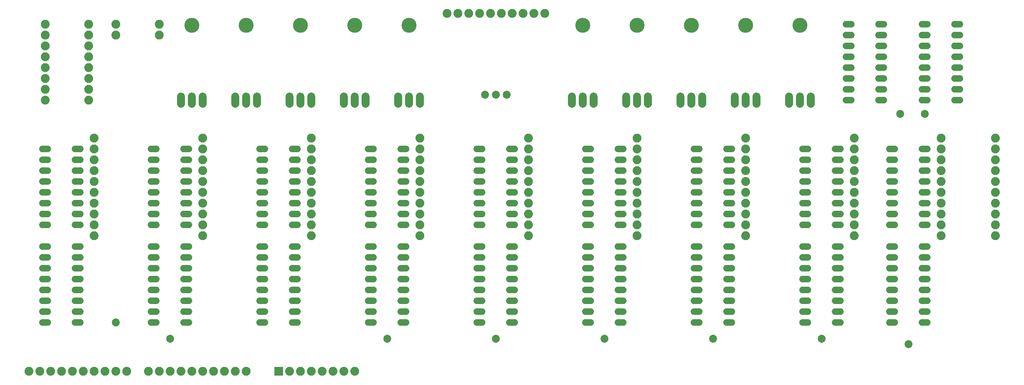
<source format=gts>
G75*
G70*
%OFA0B0*%
%FSLAX24Y24*%
%IPPOS*%
%LPD*%
%AMOC8*
5,1,8,0,0,1.08239X$1,22.5*
%
%ADD10C,0.0600*%
%ADD11C,0.0820*%
%ADD12C,0.0740*%
%ADD13C,0.1380*%
%ADD14R,0.0820X0.0820*%
%ADD15C,0.0730*%
D10*
X005421Y006054D02*
X005941Y006054D01*
X008421Y006054D02*
X008941Y006054D01*
X008941Y007054D02*
X008421Y007054D01*
X005941Y007054D02*
X005421Y007054D01*
X005421Y008054D02*
X005941Y008054D01*
X008421Y008054D02*
X008941Y008054D01*
X008941Y009054D02*
X008421Y009054D01*
X008421Y010054D02*
X008941Y010054D01*
X008941Y011054D02*
X008421Y011054D01*
X005941Y011054D02*
X005421Y011054D01*
X005421Y010054D02*
X005941Y010054D01*
X005941Y009054D02*
X005421Y009054D01*
X005421Y012054D02*
X005941Y012054D01*
X008421Y012054D02*
X008941Y012054D01*
X008941Y013054D02*
X008421Y013054D01*
X005941Y013054D02*
X005421Y013054D01*
X005421Y015054D02*
X005941Y015054D01*
X008421Y015054D02*
X008941Y015054D01*
X008941Y016054D02*
X008421Y016054D01*
X005941Y016054D02*
X005421Y016054D01*
X005421Y017054D02*
X005941Y017054D01*
X008421Y017054D02*
X008941Y017054D01*
X008941Y018054D02*
X008421Y018054D01*
X008421Y019054D02*
X008941Y019054D01*
X008941Y020054D02*
X008421Y020054D01*
X005941Y020054D02*
X005421Y020054D01*
X005421Y019054D02*
X005941Y019054D01*
X005941Y018054D02*
X005421Y018054D01*
X005421Y021054D02*
X005941Y021054D01*
X008421Y021054D02*
X008941Y021054D01*
X008941Y022054D02*
X008421Y022054D01*
X005941Y022054D02*
X005421Y022054D01*
X015421Y022054D02*
X015941Y022054D01*
X015941Y021054D02*
X015421Y021054D01*
X015421Y020054D02*
X015941Y020054D01*
X015941Y019054D02*
X015421Y019054D01*
X015421Y018054D02*
X015941Y018054D01*
X015941Y017054D02*
X015421Y017054D01*
X015421Y016054D02*
X015941Y016054D01*
X015941Y015054D02*
X015421Y015054D01*
X018421Y015054D02*
X018941Y015054D01*
X018941Y016054D02*
X018421Y016054D01*
X018421Y017054D02*
X018941Y017054D01*
X018941Y018054D02*
X018421Y018054D01*
X018421Y019054D02*
X018941Y019054D01*
X018941Y020054D02*
X018421Y020054D01*
X018421Y021054D02*
X018941Y021054D01*
X018941Y022054D02*
X018421Y022054D01*
X025421Y022054D02*
X025941Y022054D01*
X028421Y022054D02*
X028941Y022054D01*
X028941Y021054D02*
X028421Y021054D01*
X025941Y021054D02*
X025421Y021054D01*
X025421Y020054D02*
X025941Y020054D01*
X028421Y020054D02*
X028941Y020054D01*
X028941Y019054D02*
X028421Y019054D01*
X028421Y018054D02*
X028941Y018054D01*
X028941Y017054D02*
X028421Y017054D01*
X025941Y017054D02*
X025421Y017054D01*
X025421Y016054D02*
X025941Y016054D01*
X028421Y016054D02*
X028941Y016054D01*
X028941Y015054D02*
X028421Y015054D01*
X025941Y015054D02*
X025421Y015054D01*
X025421Y013054D02*
X025941Y013054D01*
X028421Y013054D02*
X028941Y013054D01*
X028941Y012054D02*
X028421Y012054D01*
X025941Y012054D02*
X025421Y012054D01*
X025421Y011054D02*
X025941Y011054D01*
X028421Y011054D02*
X028941Y011054D01*
X028941Y010054D02*
X028421Y010054D01*
X028421Y009054D02*
X028941Y009054D01*
X028941Y008054D02*
X028421Y008054D01*
X025941Y008054D02*
X025421Y008054D01*
X025421Y007054D02*
X025941Y007054D01*
X028421Y007054D02*
X028941Y007054D01*
X028941Y006054D02*
X028421Y006054D01*
X025941Y006054D02*
X025421Y006054D01*
X018941Y006054D02*
X018421Y006054D01*
X018421Y007054D02*
X018941Y007054D01*
X018941Y008054D02*
X018421Y008054D01*
X018421Y009054D02*
X018941Y009054D01*
X018941Y010054D02*
X018421Y010054D01*
X018421Y011054D02*
X018941Y011054D01*
X018941Y012054D02*
X018421Y012054D01*
X018421Y013054D02*
X018941Y013054D01*
X015941Y013054D02*
X015421Y013054D01*
X015421Y012054D02*
X015941Y012054D01*
X015941Y011054D02*
X015421Y011054D01*
X015421Y010054D02*
X015941Y010054D01*
X015941Y009054D02*
X015421Y009054D01*
X015421Y008054D02*
X015941Y008054D01*
X015941Y007054D02*
X015421Y007054D01*
X015421Y006054D02*
X015941Y006054D01*
X025421Y009054D02*
X025941Y009054D01*
X025941Y010054D02*
X025421Y010054D01*
X035421Y010054D02*
X035941Y010054D01*
X035941Y009054D02*
X035421Y009054D01*
X035421Y008054D02*
X035941Y008054D01*
X035941Y007054D02*
X035421Y007054D01*
X035421Y006054D02*
X035941Y006054D01*
X038421Y006054D02*
X038941Y006054D01*
X038941Y007054D02*
X038421Y007054D01*
X038421Y008054D02*
X038941Y008054D01*
X038941Y009054D02*
X038421Y009054D01*
X038421Y010054D02*
X038941Y010054D01*
X038941Y011054D02*
X038421Y011054D01*
X038421Y012054D02*
X038941Y012054D01*
X038941Y013054D02*
X038421Y013054D01*
X035941Y013054D02*
X035421Y013054D01*
X035421Y012054D02*
X035941Y012054D01*
X035941Y011054D02*
X035421Y011054D01*
X045421Y011054D02*
X045941Y011054D01*
X045941Y010054D02*
X045421Y010054D01*
X045421Y009054D02*
X045941Y009054D01*
X045941Y008054D02*
X045421Y008054D01*
X045421Y007054D02*
X045941Y007054D01*
X045941Y006054D02*
X045421Y006054D01*
X048421Y006054D02*
X048941Y006054D01*
X048941Y007054D02*
X048421Y007054D01*
X048421Y008054D02*
X048941Y008054D01*
X048941Y009054D02*
X048421Y009054D01*
X048421Y010054D02*
X048941Y010054D01*
X048941Y011054D02*
X048421Y011054D01*
X048421Y012054D02*
X048941Y012054D01*
X048941Y013054D02*
X048421Y013054D01*
X045941Y013054D02*
X045421Y013054D01*
X045421Y012054D02*
X045941Y012054D01*
X045941Y015054D02*
X045421Y015054D01*
X045421Y016054D02*
X045941Y016054D01*
X045941Y017054D02*
X045421Y017054D01*
X045421Y018054D02*
X045941Y018054D01*
X045941Y019054D02*
X045421Y019054D01*
X045421Y020054D02*
X045941Y020054D01*
X045941Y021054D02*
X045421Y021054D01*
X045421Y022054D02*
X045941Y022054D01*
X048421Y022054D02*
X048941Y022054D01*
X048941Y021054D02*
X048421Y021054D01*
X048421Y020054D02*
X048941Y020054D01*
X048941Y019054D02*
X048421Y019054D01*
X048421Y018054D02*
X048941Y018054D01*
X048941Y017054D02*
X048421Y017054D01*
X048421Y016054D02*
X048941Y016054D01*
X048941Y015054D02*
X048421Y015054D01*
X055421Y015054D02*
X055941Y015054D01*
X055941Y016054D02*
X055421Y016054D01*
X055421Y017054D02*
X055941Y017054D01*
X055941Y018054D02*
X055421Y018054D01*
X055421Y019054D02*
X055941Y019054D01*
X055941Y020054D02*
X055421Y020054D01*
X055421Y021054D02*
X055941Y021054D01*
X055941Y022054D02*
X055421Y022054D01*
X058421Y022054D02*
X058941Y022054D01*
X058941Y021054D02*
X058421Y021054D01*
X058421Y020054D02*
X058941Y020054D01*
X058941Y019054D02*
X058421Y019054D01*
X058421Y018054D02*
X058941Y018054D01*
X058941Y017054D02*
X058421Y017054D01*
X058421Y016054D02*
X058941Y016054D01*
X058941Y015054D02*
X058421Y015054D01*
X058421Y013054D02*
X058941Y013054D01*
X058941Y012054D02*
X058421Y012054D01*
X058421Y011054D02*
X058941Y011054D01*
X058941Y010054D02*
X058421Y010054D01*
X058421Y009054D02*
X058941Y009054D01*
X058941Y008054D02*
X058421Y008054D01*
X058421Y007054D02*
X058941Y007054D01*
X058941Y006054D02*
X058421Y006054D01*
X055941Y006054D02*
X055421Y006054D01*
X055421Y007054D02*
X055941Y007054D01*
X055941Y008054D02*
X055421Y008054D01*
X055421Y009054D02*
X055941Y009054D01*
X055941Y010054D02*
X055421Y010054D01*
X055421Y011054D02*
X055941Y011054D01*
X055941Y012054D02*
X055421Y012054D01*
X055421Y013054D02*
X055941Y013054D01*
X065421Y013054D02*
X065941Y013054D01*
X065941Y012054D02*
X065421Y012054D01*
X065421Y011054D02*
X065941Y011054D01*
X065941Y010054D02*
X065421Y010054D01*
X065421Y009054D02*
X065941Y009054D01*
X065941Y008054D02*
X065421Y008054D01*
X065421Y007054D02*
X065941Y007054D01*
X065941Y006054D02*
X065421Y006054D01*
X068421Y006054D02*
X068941Y006054D01*
X068941Y007054D02*
X068421Y007054D01*
X068421Y008054D02*
X068941Y008054D01*
X068941Y009054D02*
X068421Y009054D01*
X068421Y010054D02*
X068941Y010054D01*
X068941Y011054D02*
X068421Y011054D01*
X068421Y012054D02*
X068941Y012054D01*
X068941Y013054D02*
X068421Y013054D01*
X068421Y015054D02*
X068941Y015054D01*
X068941Y016054D02*
X068421Y016054D01*
X068421Y017054D02*
X068941Y017054D01*
X068941Y018054D02*
X068421Y018054D01*
X068421Y019054D02*
X068941Y019054D01*
X068941Y020054D02*
X068421Y020054D01*
X068421Y021054D02*
X068941Y021054D01*
X068941Y022054D02*
X068421Y022054D01*
X065941Y022054D02*
X065421Y022054D01*
X065421Y021054D02*
X065941Y021054D01*
X065941Y020054D02*
X065421Y020054D01*
X065421Y019054D02*
X065941Y019054D01*
X065941Y018054D02*
X065421Y018054D01*
X065421Y017054D02*
X065941Y017054D01*
X065941Y016054D02*
X065421Y016054D01*
X065421Y015054D02*
X065941Y015054D01*
X075421Y015054D02*
X075941Y015054D01*
X078421Y015054D02*
X078941Y015054D01*
X078941Y016054D02*
X078421Y016054D01*
X075941Y016054D02*
X075421Y016054D01*
X075421Y017054D02*
X075941Y017054D01*
X078421Y017054D02*
X078941Y017054D01*
X078941Y018054D02*
X078421Y018054D01*
X078421Y019054D02*
X078941Y019054D01*
X078941Y020054D02*
X078421Y020054D01*
X075941Y020054D02*
X075421Y020054D01*
X075421Y019054D02*
X075941Y019054D01*
X075941Y018054D02*
X075421Y018054D01*
X075421Y021054D02*
X075941Y021054D01*
X078421Y021054D02*
X078941Y021054D01*
X078941Y022054D02*
X078421Y022054D01*
X075941Y022054D02*
X075421Y022054D01*
X083421Y022054D02*
X083941Y022054D01*
X083941Y021054D02*
X083421Y021054D01*
X083421Y020054D02*
X083941Y020054D01*
X083941Y019054D02*
X083421Y019054D01*
X083421Y018054D02*
X083941Y018054D01*
X083941Y017054D02*
X083421Y017054D01*
X083421Y016054D02*
X083941Y016054D01*
X083941Y015054D02*
X083421Y015054D01*
X086421Y015054D02*
X086941Y015054D01*
X086941Y016054D02*
X086421Y016054D01*
X086421Y017054D02*
X086941Y017054D01*
X086941Y018054D02*
X086421Y018054D01*
X086421Y019054D02*
X086941Y019054D01*
X086941Y020054D02*
X086421Y020054D01*
X086421Y021054D02*
X086941Y021054D01*
X086941Y022054D02*
X086421Y022054D01*
X086421Y026554D02*
X086941Y026554D01*
X086941Y027554D02*
X086421Y027554D01*
X086421Y028554D02*
X086941Y028554D01*
X086941Y029554D02*
X086421Y029554D01*
X086421Y030554D02*
X086941Y030554D01*
X086941Y031554D02*
X086421Y031554D01*
X086421Y032554D02*
X086941Y032554D01*
X086941Y033554D02*
X086421Y033554D01*
X089421Y033554D02*
X089941Y033554D01*
X089941Y032554D02*
X089421Y032554D01*
X089421Y031554D02*
X089941Y031554D01*
X089941Y030554D02*
X089421Y030554D01*
X089421Y029554D02*
X089941Y029554D01*
X089941Y028554D02*
X089421Y028554D01*
X089421Y027554D02*
X089941Y027554D01*
X089941Y026554D02*
X089421Y026554D01*
X082941Y026554D02*
X082421Y026554D01*
X079941Y026554D02*
X079421Y026554D01*
X079421Y027554D02*
X079941Y027554D01*
X082421Y027554D02*
X082941Y027554D01*
X082941Y028554D02*
X082421Y028554D01*
X082421Y029554D02*
X082941Y029554D01*
X082941Y030554D02*
X082421Y030554D01*
X079941Y030554D02*
X079421Y030554D01*
X079421Y029554D02*
X079941Y029554D01*
X079941Y028554D02*
X079421Y028554D01*
X079421Y031554D02*
X079941Y031554D01*
X082421Y031554D02*
X082941Y031554D01*
X082941Y032554D02*
X082421Y032554D01*
X079941Y032554D02*
X079421Y032554D01*
X079421Y033554D02*
X079941Y033554D01*
X082421Y033554D02*
X082941Y033554D01*
X038941Y022054D02*
X038421Y022054D01*
X038421Y021054D02*
X038941Y021054D01*
X038941Y020054D02*
X038421Y020054D01*
X038421Y019054D02*
X038941Y019054D01*
X038941Y018054D02*
X038421Y018054D01*
X038421Y017054D02*
X038941Y017054D01*
X038941Y016054D02*
X038421Y016054D01*
X038421Y015054D02*
X038941Y015054D01*
X035941Y015054D02*
X035421Y015054D01*
X035421Y016054D02*
X035941Y016054D01*
X035941Y017054D02*
X035421Y017054D01*
X035421Y018054D02*
X035941Y018054D01*
X035941Y019054D02*
X035421Y019054D01*
X035421Y020054D02*
X035941Y020054D01*
X035941Y021054D02*
X035421Y021054D01*
X035421Y022054D02*
X035941Y022054D01*
X025941Y019054D02*
X025421Y019054D01*
X025421Y018054D02*
X025941Y018054D01*
X075421Y013054D02*
X075941Y013054D01*
X078421Y013054D02*
X078941Y013054D01*
X078941Y012054D02*
X078421Y012054D01*
X075941Y012054D02*
X075421Y012054D01*
X075421Y011054D02*
X075941Y011054D01*
X078421Y011054D02*
X078941Y011054D01*
X078941Y010054D02*
X078421Y010054D01*
X078421Y009054D02*
X078941Y009054D01*
X078941Y008054D02*
X078421Y008054D01*
X075941Y008054D02*
X075421Y008054D01*
X075421Y007054D02*
X075941Y007054D01*
X078421Y007054D02*
X078941Y007054D01*
X078941Y006054D02*
X078421Y006054D01*
X075941Y006054D02*
X075421Y006054D01*
X083421Y006054D02*
X083941Y006054D01*
X083941Y007054D02*
X083421Y007054D01*
X083421Y008054D02*
X083941Y008054D01*
X083941Y009054D02*
X083421Y009054D01*
X083421Y010054D02*
X083941Y010054D01*
X083941Y011054D02*
X083421Y011054D01*
X083421Y012054D02*
X083941Y012054D01*
X083941Y013054D02*
X083421Y013054D01*
X086421Y013054D02*
X086941Y013054D01*
X086941Y012054D02*
X086421Y012054D01*
X086421Y011054D02*
X086941Y011054D01*
X086941Y010054D02*
X086421Y010054D01*
X086421Y009054D02*
X086941Y009054D01*
X086941Y008054D02*
X086421Y008054D01*
X086421Y007054D02*
X086941Y007054D01*
X086941Y006054D02*
X086421Y006054D01*
X075941Y009054D02*
X075421Y009054D01*
X075421Y010054D02*
X075941Y010054D01*
D11*
X004181Y001554D03*
X005181Y001554D03*
X006181Y001554D03*
X007181Y001554D03*
X008181Y001554D03*
X009181Y001554D03*
X010181Y001554D03*
X011181Y001554D03*
X012181Y001554D03*
X013181Y001554D03*
X015181Y001554D03*
X016181Y001554D03*
X017181Y001554D03*
X018181Y001554D03*
X019181Y001554D03*
X020181Y001554D03*
X021181Y001554D03*
X022181Y001554D03*
X023181Y001554D03*
X024181Y001554D03*
X028181Y001554D03*
X029181Y001554D03*
X030181Y001554D03*
X031181Y001554D03*
X032181Y001554D03*
X033181Y001554D03*
X034181Y001554D03*
X030181Y014054D03*
X030181Y015054D03*
X030181Y016054D03*
X030181Y017054D03*
X030181Y018054D03*
X030181Y019054D03*
X030181Y020054D03*
X030181Y021054D03*
X030181Y022054D03*
X030181Y023054D03*
X020181Y023054D03*
X020181Y022054D03*
X020181Y021054D03*
X020181Y020054D03*
X020181Y019054D03*
X020181Y018054D03*
X020181Y017054D03*
X020181Y016054D03*
X020181Y015054D03*
X020181Y014054D03*
X010181Y014054D03*
X010181Y015054D03*
X010181Y016054D03*
X010181Y017054D03*
X010181Y018054D03*
X010181Y019054D03*
X010181Y020054D03*
X010181Y021054D03*
X010181Y022054D03*
X010181Y023054D03*
X009681Y026554D03*
X009681Y027554D03*
X009681Y028554D03*
X009681Y029554D03*
X009681Y030554D03*
X009681Y031554D03*
X009681Y032554D03*
X012181Y032554D03*
X012181Y033554D03*
X009681Y033554D03*
X005681Y033554D03*
X005681Y032554D03*
X005681Y031554D03*
X005681Y030554D03*
X005681Y029554D03*
X005681Y028554D03*
X005681Y027554D03*
X005681Y026554D03*
X016181Y032554D03*
X016181Y033554D03*
X042681Y034554D03*
X043681Y034554D03*
X044681Y034554D03*
X045681Y034554D03*
X046681Y034554D03*
X047681Y034554D03*
X048681Y034554D03*
X049681Y034554D03*
X050681Y034554D03*
X051681Y034554D03*
X050181Y023054D03*
X050181Y022054D03*
X050181Y021054D03*
X050181Y020054D03*
X050181Y019054D03*
X050181Y018054D03*
X050181Y017054D03*
X050181Y016054D03*
X050181Y015054D03*
X050181Y014054D03*
X040181Y014054D03*
X040181Y015054D03*
X040181Y016054D03*
X040181Y017054D03*
X040181Y018054D03*
X040181Y019054D03*
X040181Y020054D03*
X040181Y021054D03*
X040181Y022054D03*
X040181Y023054D03*
X060181Y023054D03*
X060181Y022054D03*
X060181Y021054D03*
X060181Y020054D03*
X060181Y019054D03*
X060181Y018054D03*
X060181Y017054D03*
X060181Y016054D03*
X060181Y015054D03*
X060181Y014054D03*
X070181Y014054D03*
X070181Y015054D03*
X070181Y016054D03*
X070181Y017054D03*
X070181Y018054D03*
X070181Y019054D03*
X070181Y020054D03*
X070181Y021054D03*
X070181Y022054D03*
X070181Y023054D03*
X080181Y023054D03*
X080181Y022054D03*
X080181Y021054D03*
X080181Y020054D03*
X080181Y019054D03*
X080181Y018054D03*
X080181Y017054D03*
X080181Y016054D03*
X080181Y015054D03*
X080181Y014054D03*
X088181Y014054D03*
X088181Y015054D03*
X088181Y016054D03*
X088181Y017054D03*
X088181Y018054D03*
X088181Y019054D03*
X088181Y020054D03*
X088181Y021054D03*
X088181Y022054D03*
X088181Y023054D03*
X093181Y023054D03*
X093181Y022054D03*
X093181Y021054D03*
X093181Y020054D03*
X093181Y019054D03*
X093181Y018054D03*
X093181Y017054D03*
X093181Y016054D03*
X093181Y015054D03*
X093181Y014054D03*
D12*
X076181Y026224D02*
X076181Y026884D01*
X075181Y026884D02*
X075181Y026224D01*
X074181Y026224D02*
X074181Y026884D01*
X071181Y026884D02*
X071181Y026224D01*
X070181Y026224D02*
X070181Y026884D01*
X069181Y026884D02*
X069181Y026224D01*
X066181Y026224D02*
X066181Y026884D01*
X065181Y026884D02*
X065181Y026224D01*
X064181Y026224D02*
X064181Y026884D01*
X061181Y026884D02*
X061181Y026224D01*
X060181Y026224D02*
X060181Y026884D01*
X059181Y026884D02*
X059181Y026224D01*
X056181Y026224D02*
X056181Y026884D01*
X055181Y026884D02*
X055181Y026224D01*
X054181Y026224D02*
X054181Y026884D01*
X040181Y026884D02*
X040181Y026224D01*
X039181Y026224D02*
X039181Y026884D01*
X038181Y026884D02*
X038181Y026224D01*
X035181Y026224D02*
X035181Y026884D01*
X034181Y026884D02*
X034181Y026224D01*
X033181Y026224D02*
X033181Y026884D01*
X030181Y026884D02*
X030181Y026224D01*
X029181Y026224D02*
X029181Y026884D01*
X028181Y026884D02*
X028181Y026224D01*
X025181Y026224D02*
X025181Y026884D01*
X024181Y026884D02*
X024181Y026224D01*
X023181Y026224D02*
X023181Y026884D01*
X020181Y026884D02*
X020181Y026224D01*
X019181Y026224D02*
X019181Y026884D01*
X018181Y026884D02*
X018181Y026224D01*
D13*
X019181Y033454D03*
X024181Y033454D03*
X029181Y033454D03*
X034181Y033454D03*
X039181Y033454D03*
X055181Y033454D03*
X060181Y033454D03*
X065181Y033454D03*
X070181Y033454D03*
X075181Y033454D03*
D14*
X027181Y001554D03*
D15*
X017181Y004554D03*
X012181Y006054D03*
X037181Y004554D03*
X047181Y004554D03*
X057181Y004554D03*
X067181Y004554D03*
X077181Y004554D03*
X085181Y004054D03*
X084431Y025304D03*
X086681Y025304D03*
X048181Y027054D03*
X047181Y027054D03*
X046181Y027054D03*
M02*

</source>
